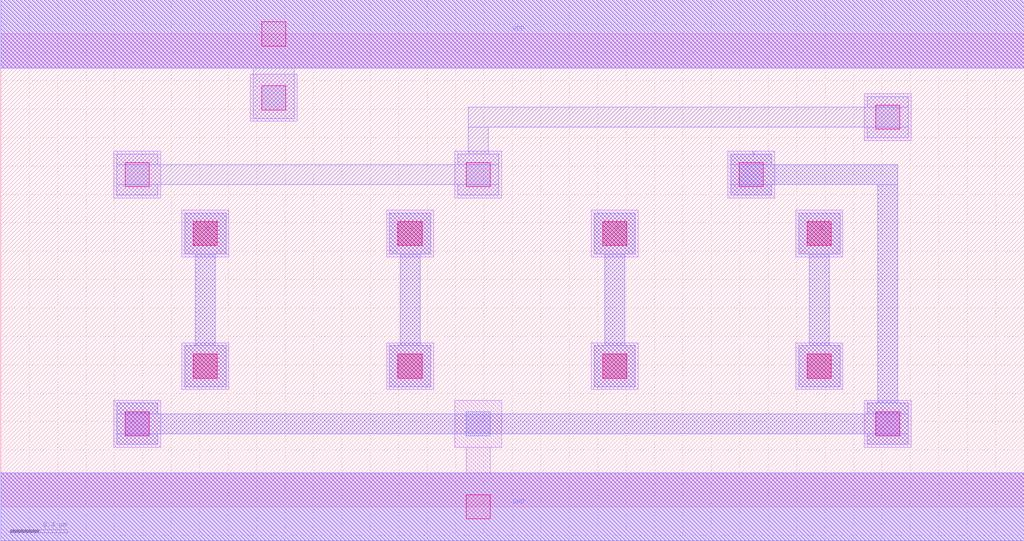
<source format=lef>
MACRO AOI22X1
 CLASS CORE ;
 FOREIGN AOI22X1 0 0 ;
 SIZE 7.2 BY 3.33 ;
 ORIGIN 0 0 ;
 SYMMETRY X Y R90 ;
 SITE unit ;
  PIN VDD
   DIRECTION INOUT ;
   USE POWER ;
   SHAPE ABUTMENT ;
    PORT
     CLASS CORE ;
       LAYER li1 ;
        RECT 0.00000000 3.09000000 7.20000000 3.57000000 ;
       LAYER met1 ;
        RECT 0.00000000 3.09000000 7.20000000 3.57000000 ;
    END
  END VDD

  PIN GND
   DIRECTION INOUT ;
   USE POWER ;
   SHAPE ABUTMENT ;
    PORT
     CLASS CORE ;
       LAYER li1 ;
        RECT 0.00000000 -0.24000000 7.20000000 0.24000000 ;
       LAYER met1 ;
        RECT 0.00000000 -0.24000000 7.20000000 0.24000000 ;
    END
  END GND

  PIN Y
   DIRECTION INOUT ;
   USE SIGNAL ;
   SHAPE ABUTMENT ;
    PORT
     CLASS CORE ;
       LAYER met1 ;
        RECT 0.81500000 0.44000000 1.10500000 0.51500000 ;
        RECT 6.09500000 0.44000000 6.38500000 0.51500000 ;
        RECT 0.81500000 0.51500000 6.38500000 0.65500000 ;
        RECT 0.81500000 0.65500000 1.10500000 0.73000000 ;
        RECT 6.09500000 0.65500000 6.38500000 0.73000000 ;
        RECT 5.13500000 2.19500000 5.42500000 2.27000000 ;
        RECT 6.17000000 0.73000000 6.31000000 2.27000000 ;
        RECT 5.13500000 2.27000000 6.31000000 2.41000000 ;
        RECT 5.13500000 2.41000000 5.42500000 2.48500000 ;
    END
  END Y

  PIN B
   DIRECTION INOUT ;
   USE SIGNAL ;
   SHAPE ABUTMENT ;
    PORT
     CLASS CORE ;
       LAYER met1 ;
        RECT 1.29500000 0.84500000 1.58500000 1.13500000 ;
        RECT 1.37000000 1.13500000 1.51000000 1.78000000 ;
        RECT 1.29500000 1.78000000 1.58500000 2.07000000 ;
    END
  END B

  PIN A
   DIRECTION INOUT ;
   USE SIGNAL ;
   SHAPE ABUTMENT ;
    PORT
     CLASS CORE ;
       LAYER met1 ;
        RECT 2.73500000 0.84500000 3.02500000 1.13500000 ;
        RECT 2.81000000 1.13500000 2.95000000 1.78000000 ;
        RECT 2.73500000 1.78000000 3.02500000 2.07000000 ;
    END
  END A

  PIN D
   DIRECTION INOUT ;
   USE SIGNAL ;
   SHAPE ABUTMENT ;
    PORT
     CLASS CORE ;
       LAYER met1 ;
        RECT 5.61500000 0.84500000 5.90500000 1.13500000 ;
        RECT 5.69000000 1.13500000 5.83000000 1.78000000 ;
        RECT 5.61500000 1.78000000 5.90500000 2.07000000 ;
    END
  END D

  PIN C
   DIRECTION INOUT ;
   USE SIGNAL ;
   SHAPE ABUTMENT ;
    PORT
     CLASS CORE ;
       LAYER met1 ;
        RECT 4.17500000 0.84500000 4.46500000 1.13500000 ;
        RECT 4.25000000 1.13500000 4.39000000 1.78000000 ;
        RECT 4.17500000 1.78000000 4.46500000 2.07000000 ;
    END
  END C

 OBS
    LAYER polycont ;
     RECT 1.35500000 0.90500000 1.52500000 1.07500000 ;
     RECT 2.79500000 0.90500000 2.96500000 1.07500000 ;
     RECT 4.23500000 0.90500000 4.40500000 1.07500000 ;
     RECT 5.67500000 0.90500000 5.84500000 1.07500000 ;
     RECT 1.35500000 1.84000000 1.52500000 2.01000000 ;
     RECT 2.79500000 1.84000000 2.96500000 2.01000000 ;
     RECT 4.23500000 1.84000000 4.40500000 2.01000000 ;
     RECT 5.67500000 1.84000000 5.84500000 2.01000000 ;

    LAYER pdiffc ;
     RECT 0.87500000 2.25500000 1.04500000 2.42500000 ;
     RECT 3.27500000 2.25500000 3.44500000 2.42500000 ;
     RECT 5.19500000 2.25500000 5.36500000 2.42500000 ;
     RECT 6.15500000 2.66000000 6.32500000 2.83000000 ;
     RECT 1.83500000 2.79500000 2.00500000 2.96500000 ;

    LAYER ndiffc ;
     RECT 0.87500000 0.50000000 1.04500000 0.67000000 ;
     RECT 3.27500000 0.50000000 3.44500000 0.67000000 ;
     RECT 6.15500000 0.50000000 6.32500000 0.67000000 ;

    LAYER li1 ;
     RECT 0.79500000 0.42000000 1.12500000 0.75000000 ;
     RECT 0.00000000 -0.24000000 7.20000000 0.24000000 ;
     RECT 3.27500000 0.24000000 3.44500000 0.42000000 ;
     RECT 3.19500000 0.42000000 3.52500000 0.75000000 ;
     RECT 6.07500000 0.42000000 6.40500000 0.75000000 ;
     RECT 1.27500000 0.82500000 1.60500000 1.15500000 ;
     RECT 2.71500000 0.82500000 3.04500000 1.15500000 ;
     RECT 4.15500000 0.82500000 4.48500000 1.15500000 ;
     RECT 5.59500000 0.82500000 5.92500000 1.15500000 ;
     RECT 1.27500000 1.76000000 1.60500000 2.09000000 ;
     RECT 2.71500000 1.76000000 3.04500000 2.09000000 ;
     RECT 4.15500000 1.76000000 4.48500000 2.09000000 ;
     RECT 5.59500000 1.76000000 5.92500000 2.09000000 ;
     RECT 0.79500000 2.17500000 1.12500000 2.50500000 ;
     RECT 3.19500000 2.17500000 3.52500000 2.50500000 ;
     RECT 5.11500000 2.17500000 5.44500000 2.50500000 ;
     RECT 6.07500000 2.58000000 6.40500000 2.91000000 ;
     RECT 1.75500000 2.71500000 2.08500000 3.04500000 ;
     RECT 0.00000000 3.09000000 7.20000000 3.57000000 ;

    LAYER viali ;
     RECT 3.27500000 -0.08500000 3.44500000 0.08500000 ;
     RECT 0.87500000 0.50000000 1.04500000 0.67000000 ;
     RECT 6.15500000 0.50000000 6.32500000 0.67000000 ;
     RECT 1.35500000 0.90500000 1.52500000 1.07500000 ;
     RECT 2.79500000 0.90500000 2.96500000 1.07500000 ;
     RECT 4.23500000 0.90500000 4.40500000 1.07500000 ;
     RECT 5.67500000 0.90500000 5.84500000 1.07500000 ;
     RECT 1.35500000 1.84000000 1.52500000 2.01000000 ;
     RECT 2.79500000 1.84000000 2.96500000 2.01000000 ;
     RECT 4.23500000 1.84000000 4.40500000 2.01000000 ;
     RECT 5.67500000 1.84000000 5.84500000 2.01000000 ;
     RECT 0.87500000 2.25500000 1.04500000 2.42500000 ;
     RECT 3.27500000 2.25500000 3.44500000 2.42500000 ;
     RECT 5.19500000 2.25500000 5.36500000 2.42500000 ;
     RECT 6.15500000 2.66000000 6.32500000 2.83000000 ;
     RECT 1.83500000 2.79500000 2.00500000 2.96500000 ;
     RECT 1.83500000 3.24500000 2.00500000 3.41500000 ;

    LAYER met1 ;
     RECT 0.00000000 -0.24000000 7.20000000 0.24000000 ;
     RECT 1.29500000 0.84500000 1.58500000 1.13500000 ;
     RECT 1.37000000 1.13500000 1.51000000 1.78000000 ;
     RECT 1.29500000 1.78000000 1.58500000 2.07000000 ;
     RECT 2.73500000 0.84500000 3.02500000 1.13500000 ;
     RECT 2.81000000 1.13500000 2.95000000 1.78000000 ;
     RECT 2.73500000 1.78000000 3.02500000 2.07000000 ;
     RECT 4.17500000 0.84500000 4.46500000 1.13500000 ;
     RECT 4.25000000 1.13500000 4.39000000 1.78000000 ;
     RECT 4.17500000 1.78000000 4.46500000 2.07000000 ;
     RECT 5.61500000 0.84500000 5.90500000 1.13500000 ;
     RECT 5.69000000 1.13500000 5.83000000 1.78000000 ;
     RECT 5.61500000 1.78000000 5.90500000 2.07000000 ;
     RECT 0.81500000 0.44000000 1.10500000 0.51500000 ;
     RECT 6.09500000 0.44000000 6.38500000 0.51500000 ;
     RECT 0.81500000 0.51500000 6.38500000 0.65500000 ;
     RECT 0.81500000 0.65500000 1.10500000 0.73000000 ;
     RECT 6.09500000 0.65500000 6.38500000 0.73000000 ;
     RECT 5.13500000 2.19500000 5.42500000 2.27000000 ;
     RECT 6.17000000 0.73000000 6.31000000 2.27000000 ;
     RECT 5.13500000 2.27000000 6.31000000 2.41000000 ;
     RECT 5.13500000 2.41000000 5.42500000 2.48500000 ;
     RECT 0.81500000 2.19500000 1.10500000 2.27000000 ;
     RECT 3.21500000 2.19500000 3.50500000 2.27000000 ;
     RECT 0.81500000 2.27000000 3.50500000 2.41000000 ;
     RECT 0.81500000 2.41000000 1.10500000 2.48500000 ;
     RECT 3.21500000 2.41000000 3.50500000 2.48500000 ;
     RECT 3.29000000 2.48500000 3.43000000 2.67500000 ;
     RECT 6.09500000 2.60000000 6.38500000 2.67500000 ;
     RECT 3.29000000 2.67500000 6.38500000 2.81500000 ;
     RECT 6.09500000 2.81500000 6.38500000 2.89000000 ;
     RECT 1.77500000 2.73500000 2.06500000 3.09000000 ;
     RECT 0.00000000 3.09000000 7.20000000 3.57000000 ;

 END
END AOI22X1

</source>
